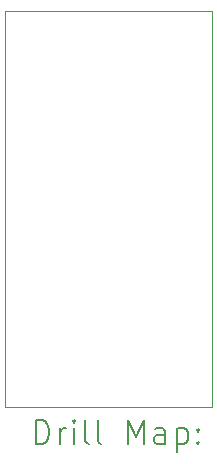
<source format=gbr>
%TF.GenerationSoftware,KiCad,Pcbnew,8.0.4-8.0.4-0~ubuntu24.04.1*%
%TF.CreationDate,2024-09-08T15:52:32+09:00*%
%TF.ProjectId,Battery_joint,42617474-6572-4795-9f6a-6f696e742e6b,rev?*%
%TF.SameCoordinates,Original*%
%TF.FileFunction,Drillmap*%
%TF.FilePolarity,Positive*%
%FSLAX45Y45*%
G04 Gerber Fmt 4.5, Leading zero omitted, Abs format (unit mm)*
G04 Created by KiCad (PCBNEW 8.0.4-8.0.4-0~ubuntu24.04.1) date 2024-09-08 15:52:32*
%MOMM*%
%LPD*%
G01*
G04 APERTURE LIST*
%ADD10C,0.050000*%
%ADD11C,0.200000*%
G04 APERTURE END LIST*
D10*
X13425000Y-9200000D02*
X15175000Y-9200000D01*
X15175000Y-12550000D01*
X13425000Y-12550000D01*
X13425000Y-9200000D01*
D11*
X13683277Y-12863984D02*
X13683277Y-12663984D01*
X13683277Y-12663984D02*
X13730896Y-12663984D01*
X13730896Y-12663984D02*
X13759467Y-12673508D01*
X13759467Y-12673508D02*
X13778515Y-12692555D01*
X13778515Y-12692555D02*
X13788039Y-12711603D01*
X13788039Y-12711603D02*
X13797562Y-12749698D01*
X13797562Y-12749698D02*
X13797562Y-12778269D01*
X13797562Y-12778269D02*
X13788039Y-12816365D01*
X13788039Y-12816365D02*
X13778515Y-12835412D01*
X13778515Y-12835412D02*
X13759467Y-12854460D01*
X13759467Y-12854460D02*
X13730896Y-12863984D01*
X13730896Y-12863984D02*
X13683277Y-12863984D01*
X13883277Y-12863984D02*
X13883277Y-12730650D01*
X13883277Y-12768746D02*
X13892801Y-12749698D01*
X13892801Y-12749698D02*
X13902324Y-12740174D01*
X13902324Y-12740174D02*
X13921372Y-12730650D01*
X13921372Y-12730650D02*
X13940420Y-12730650D01*
X14007086Y-12863984D02*
X14007086Y-12730650D01*
X14007086Y-12663984D02*
X13997562Y-12673508D01*
X13997562Y-12673508D02*
X14007086Y-12683031D01*
X14007086Y-12683031D02*
X14016610Y-12673508D01*
X14016610Y-12673508D02*
X14007086Y-12663984D01*
X14007086Y-12663984D02*
X14007086Y-12683031D01*
X14130896Y-12863984D02*
X14111848Y-12854460D01*
X14111848Y-12854460D02*
X14102324Y-12835412D01*
X14102324Y-12835412D02*
X14102324Y-12663984D01*
X14235658Y-12863984D02*
X14216610Y-12854460D01*
X14216610Y-12854460D02*
X14207086Y-12835412D01*
X14207086Y-12835412D02*
X14207086Y-12663984D01*
X14464229Y-12863984D02*
X14464229Y-12663984D01*
X14464229Y-12663984D02*
X14530896Y-12806841D01*
X14530896Y-12806841D02*
X14597562Y-12663984D01*
X14597562Y-12663984D02*
X14597562Y-12863984D01*
X14778515Y-12863984D02*
X14778515Y-12759222D01*
X14778515Y-12759222D02*
X14768991Y-12740174D01*
X14768991Y-12740174D02*
X14749943Y-12730650D01*
X14749943Y-12730650D02*
X14711848Y-12730650D01*
X14711848Y-12730650D02*
X14692801Y-12740174D01*
X14778515Y-12854460D02*
X14759467Y-12863984D01*
X14759467Y-12863984D02*
X14711848Y-12863984D01*
X14711848Y-12863984D02*
X14692801Y-12854460D01*
X14692801Y-12854460D02*
X14683277Y-12835412D01*
X14683277Y-12835412D02*
X14683277Y-12816365D01*
X14683277Y-12816365D02*
X14692801Y-12797317D01*
X14692801Y-12797317D02*
X14711848Y-12787793D01*
X14711848Y-12787793D02*
X14759467Y-12787793D01*
X14759467Y-12787793D02*
X14778515Y-12778269D01*
X14873753Y-12730650D02*
X14873753Y-12930650D01*
X14873753Y-12740174D02*
X14892801Y-12730650D01*
X14892801Y-12730650D02*
X14930896Y-12730650D01*
X14930896Y-12730650D02*
X14949943Y-12740174D01*
X14949943Y-12740174D02*
X14959467Y-12749698D01*
X14959467Y-12749698D02*
X14968991Y-12768746D01*
X14968991Y-12768746D02*
X14968991Y-12825888D01*
X14968991Y-12825888D02*
X14959467Y-12844936D01*
X14959467Y-12844936D02*
X14949943Y-12854460D01*
X14949943Y-12854460D02*
X14930896Y-12863984D01*
X14930896Y-12863984D02*
X14892801Y-12863984D01*
X14892801Y-12863984D02*
X14873753Y-12854460D01*
X15054705Y-12844936D02*
X15064229Y-12854460D01*
X15064229Y-12854460D02*
X15054705Y-12863984D01*
X15054705Y-12863984D02*
X15045182Y-12854460D01*
X15045182Y-12854460D02*
X15054705Y-12844936D01*
X15054705Y-12844936D02*
X15054705Y-12863984D01*
X15054705Y-12740174D02*
X15064229Y-12749698D01*
X15064229Y-12749698D02*
X15054705Y-12759222D01*
X15054705Y-12759222D02*
X15045182Y-12749698D01*
X15045182Y-12749698D02*
X15054705Y-12740174D01*
X15054705Y-12740174D02*
X15054705Y-12759222D01*
M02*

</source>
